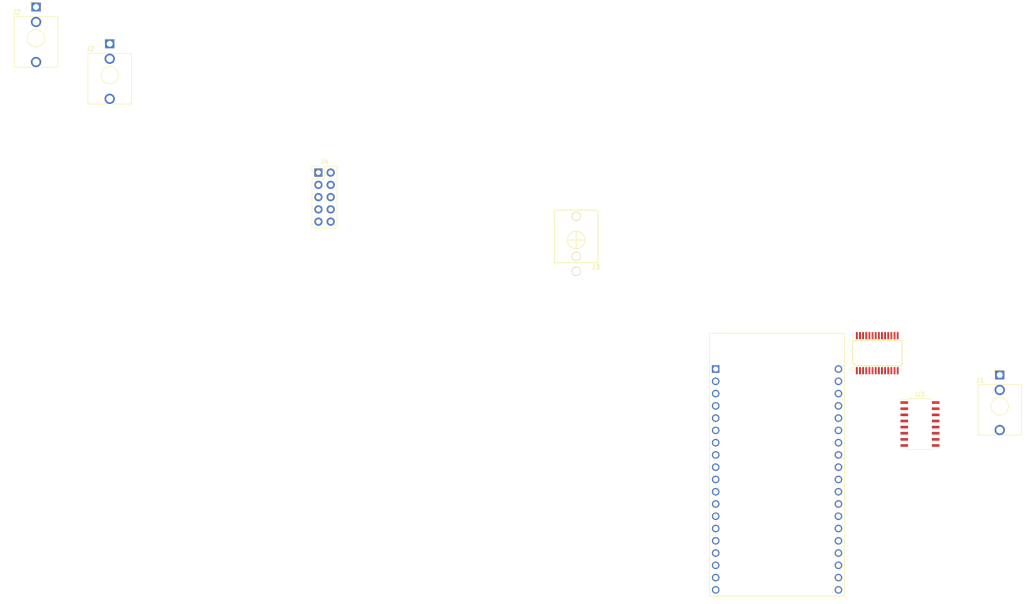
<source format=kicad_pcb>
(kicad_pcb (version 20171130) (host pcbnew "(5.1.5-0-10_14)")

  (general
    (thickness 1.6)
    (drawings 0)
    (tracks 0)
    (zones 0)
    (modules 8)
    (nets 101)
  )

  (page A4)
  (layers
    (0 F.Cu signal)
    (31 B.Cu signal)
    (32 B.Adhes user)
    (33 F.Adhes user)
    (34 B.Paste user)
    (35 F.Paste user)
    (36 B.SilkS user)
    (37 F.SilkS user)
    (38 B.Mask user)
    (39 F.Mask user)
    (40 Dwgs.User user)
    (41 Cmts.User user)
    (42 Eco1.User user)
    (43 Eco2.User user)
    (44 Edge.Cuts user)
    (45 Margin user)
    (46 B.CrtYd user)
    (47 F.CrtYd user)
    (48 B.Fab user)
    (49 F.Fab user)
  )

  (setup
    (last_trace_width 0.25)
    (trace_clearance 0.2)
    (zone_clearance 0.508)
    (zone_45_only no)
    (trace_min 0.2)
    (via_size 0.8)
    (via_drill 0.4)
    (via_min_size 0.4)
    (via_min_drill 0.3)
    (uvia_size 0.3)
    (uvia_drill 0.1)
    (uvias_allowed no)
    (uvia_min_size 0.2)
    (uvia_min_drill 0.1)
    (edge_width 0.05)
    (segment_width 0.2)
    (pcb_text_width 0.3)
    (pcb_text_size 1.5 1.5)
    (mod_edge_width 0.12)
    (mod_text_size 1 1)
    (mod_text_width 0.15)
    (pad_size 1.524 1.524)
    (pad_drill 0.762)
    (pad_to_mask_clearance 0.051)
    (solder_mask_min_width 0.25)
    (aux_axis_origin 0 0)
    (visible_elements FFFFFF7F)
    (pcbplotparams
      (layerselection 0x010fc_ffffffff)
      (usegerberextensions false)
      (usegerberattributes false)
      (usegerberadvancedattributes false)
      (creategerberjobfile false)
      (excludeedgelayer true)
      (linewidth 0.100000)
      (plotframeref false)
      (viasonmask false)
      (mode 1)
      (useauxorigin false)
      (hpglpennumber 1)
      (hpglpenspeed 20)
      (hpglpendiameter 15.000000)
      (psnegative false)
      (psa4output false)
      (plotreference true)
      (plotvalue true)
      (plotinvisibletext false)
      (padsonsilk false)
      (subtractmaskfromsilk false)
      (outputformat 1)
      (mirror false)
      (drillshape 1)
      (scaleselection 1)
      (outputdirectory ""))
  )

  (net 0 "")
  (net 1 "Net-(U1-Pad2)")
  (net 2 "Net-(U1-Pad19)")
  (net 3 "Net-(U1-Pad3)")
  (net 4 "Net-(U1-Pad4)")
  (net 5 "Net-(U1-Pad5)")
  (net 6 "Net-(U1-Pad6)")
  (net 7 "Net-(U1-Pad7)")
  (net 8 "Net-(U1-Pad8)")
  (net 9 "Net-(U1-Pad9)")
  (net 10 "Net-(U1-Pad10)")
  (net 11 "Net-(U1-Pad11)")
  (net 12 "Net-(U1-Pad12)")
  (net 13 "Net-(U1-Pad13)")
  (net 14 "Net-(U1-Pad14)")
  (net 15 "Net-(U1-Pad15)")
  (net 16 "Net-(U1-Pad16)")
  (net 17 "Net-(U1-Pad17)")
  (net 18 "Net-(U1-Pad18)")
  (net 19 "Net-(U1-Pad20)")
  (net 20 "Net-(U1-Pad21)")
  (net 21 "Net-(U1-Pad22)")
  (net 22 "Net-(U1-Pad23)")
  (net 23 "Net-(U1-Pad24)")
  (net 24 "Net-(U1-Pad25)")
  (net 25 "Net-(U1-Pad26)")
  (net 26 "Net-(U1-Pad27)")
  (net 27 "Net-(U1-Pad28)")
  (net 28 "Net-(U1-Pad29)")
  (net 29 "Net-(U1-Pad30)")
  (net 30 "Net-(U1-Pad31)")
  (net 31 "Net-(U1-Pad32)")
  (net 32 "Net-(U1-Pad33)")
  (net 33 "Net-(U1-Pad34)")
  (net 34 "Net-(U1-Pad35)")
  (net 35 "Net-(U1-Pad36)")
  (net 36 "Net-(U1-Pad37)")
  (net 37 "Net-(U1-Pad38)")
  (net 38 "Net-(U2-Pad1)")
  (net 39 "Net-(U2-Pad2)")
  (net 40 "Net-(U2-Pad3)")
  (net 41 "Net-(U2-Pad4)")
  (net 42 "Net-(U2-Pad5)")
  (net 43 "Net-(U2-Pad6)")
  (net 44 "Net-(U2-Pad7)")
  (net 45 "Net-(U2-Pad8)")
  (net 46 "Net-(U2-Pad9)")
  (net 47 "Net-(U2-Pad10)")
  (net 48 "Net-(U2-Pad11)")
  (net 49 "Net-(U2-Pad12)")
  (net 50 "Net-(U2-Pad13)")
  (net 51 "Net-(U2-Pad14)")
  (net 52 "Net-(U2-Pad15)")
  (net 53 "Net-(U2-Pad16)")
  (net 54 "Net-(U2-Pad17)")
  (net 55 "Net-(U2-Pad18)")
  (net 56 "Net-(U2-Pad19)")
  (net 57 "Net-(U2-Pad20)")
  (net 58 "Net-(U2-Pad21)")
  (net 59 "Net-(U2-Pad22)")
  (net 60 "Net-(U2-Pad23)")
  (net 61 "Net-(U2-Pad24)")
  (net 62 "Net-(U2-Pad25)")
  (net 63 "Net-(U2-Pad26)")
  (net 64 "Net-(U2-Pad27)")
  (net 65 "Net-(U2-Pad28)")
  (net 66 +3V3)
  (net 67 "Net-(U3-Pad1)")
  (net 68 "Net-(U3-Pad2)")
  (net 69 "Net-(U3-Pad3)")
  (net 70 "Net-(U3-Pad4)")
  (net 71 "Net-(U3-Pad5)")
  (net 72 "Net-(U3-Pad6)")
  (net 73 "Net-(U3-Pad7)")
  (net 74 "Net-(U3-Pad8)")
  (net 75 "Net-(U3-Pad9)")
  (net 76 "Net-(U3-Pad10)")
  (net 77 "Net-(U3-Pad11)")
  (net 78 "Net-(U3-Pad12)")
  (net 79 "Net-(U3-Pad13)")
  (net 80 "Net-(U3-Pad14)")
  (net 81 "Net-(U3-Pad15)")
  (net 82 "Net-(U3-Pad16)")
  (net 83 "Net-(J1-PadS)")
  (net 84 "Net-(J1-PadT)")
  (net 85 "Net-(J2-PadTN)")
  (net 86 "Net-(J2-PadS)")
  (net 87 "Net-(J2-PadT)")
  (net 88 "Net-(J3-Pad2)")
  (net 89 "Net-(J3-Pad1)")
  (net 90 "Net-(J3-Pad3)")
  (net 91 "Net-(J4-Pad1)")
  (net 92 "Net-(J4-Pad2)")
  (net 93 "Net-(J4-Pad3)")
  (net 94 "Net-(J4-Pad4)")
  (net 95 "Net-(J4-Pad5)")
  (net 96 "Net-(J4-Pad6)")
  (net 97 "Net-(J4-Pad7)")
  (net 98 "Net-(J4-Pad8)")
  (net 99 "Net-(J4-Pad9)")
  (net 100 "Net-(J4-Pad10)")

  (net_class Default "This is the default net class."
    (clearance 0.2)
    (trace_width 0.25)
    (via_dia 0.8)
    (via_drill 0.4)
    (uvia_dia 0.3)
    (uvia_drill 0.1)
    (add_net +3V3)
    (add_net "Net-(J1-PadS)")
    (add_net "Net-(J1-PadT)")
    (add_net "Net-(J2-PadS)")
    (add_net "Net-(J2-PadT)")
    (add_net "Net-(J2-PadTN)")
    (add_net "Net-(J3-Pad1)")
    (add_net "Net-(J3-Pad2)")
    (add_net "Net-(J3-Pad3)")
    (add_net "Net-(J4-Pad1)")
    (add_net "Net-(J4-Pad10)")
    (add_net "Net-(J4-Pad2)")
    (add_net "Net-(J4-Pad3)")
    (add_net "Net-(J4-Pad4)")
    (add_net "Net-(J4-Pad5)")
    (add_net "Net-(J4-Pad6)")
    (add_net "Net-(J4-Pad7)")
    (add_net "Net-(J4-Pad8)")
    (add_net "Net-(J4-Pad9)")
    (add_net "Net-(U1-Pad10)")
    (add_net "Net-(U1-Pad11)")
    (add_net "Net-(U1-Pad12)")
    (add_net "Net-(U1-Pad13)")
    (add_net "Net-(U1-Pad14)")
    (add_net "Net-(U1-Pad15)")
    (add_net "Net-(U1-Pad16)")
    (add_net "Net-(U1-Pad17)")
    (add_net "Net-(U1-Pad18)")
    (add_net "Net-(U1-Pad19)")
    (add_net "Net-(U1-Pad2)")
    (add_net "Net-(U1-Pad20)")
    (add_net "Net-(U1-Pad21)")
    (add_net "Net-(U1-Pad22)")
    (add_net "Net-(U1-Pad23)")
    (add_net "Net-(U1-Pad24)")
    (add_net "Net-(U1-Pad25)")
    (add_net "Net-(U1-Pad26)")
    (add_net "Net-(U1-Pad27)")
    (add_net "Net-(U1-Pad28)")
    (add_net "Net-(U1-Pad29)")
    (add_net "Net-(U1-Pad3)")
    (add_net "Net-(U1-Pad30)")
    (add_net "Net-(U1-Pad31)")
    (add_net "Net-(U1-Pad32)")
    (add_net "Net-(U1-Pad33)")
    (add_net "Net-(U1-Pad34)")
    (add_net "Net-(U1-Pad35)")
    (add_net "Net-(U1-Pad36)")
    (add_net "Net-(U1-Pad37)")
    (add_net "Net-(U1-Pad38)")
    (add_net "Net-(U1-Pad4)")
    (add_net "Net-(U1-Pad5)")
    (add_net "Net-(U1-Pad6)")
    (add_net "Net-(U1-Pad7)")
    (add_net "Net-(U1-Pad8)")
    (add_net "Net-(U1-Pad9)")
    (add_net "Net-(U2-Pad1)")
    (add_net "Net-(U2-Pad10)")
    (add_net "Net-(U2-Pad11)")
    (add_net "Net-(U2-Pad12)")
    (add_net "Net-(U2-Pad13)")
    (add_net "Net-(U2-Pad14)")
    (add_net "Net-(U2-Pad15)")
    (add_net "Net-(U2-Pad16)")
    (add_net "Net-(U2-Pad17)")
    (add_net "Net-(U2-Pad18)")
    (add_net "Net-(U2-Pad19)")
    (add_net "Net-(U2-Pad2)")
    (add_net "Net-(U2-Pad20)")
    (add_net "Net-(U2-Pad21)")
    (add_net "Net-(U2-Pad22)")
    (add_net "Net-(U2-Pad23)")
    (add_net "Net-(U2-Pad24)")
    (add_net "Net-(U2-Pad25)")
    (add_net "Net-(U2-Pad26)")
    (add_net "Net-(U2-Pad27)")
    (add_net "Net-(U2-Pad28)")
    (add_net "Net-(U2-Pad3)")
    (add_net "Net-(U2-Pad4)")
    (add_net "Net-(U2-Pad5)")
    (add_net "Net-(U2-Pad6)")
    (add_net "Net-(U2-Pad7)")
    (add_net "Net-(U2-Pad8)")
    (add_net "Net-(U2-Pad9)")
    (add_net "Net-(U3-Pad1)")
    (add_net "Net-(U3-Pad10)")
    (add_net "Net-(U3-Pad11)")
    (add_net "Net-(U3-Pad12)")
    (add_net "Net-(U3-Pad13)")
    (add_net "Net-(U3-Pad14)")
    (add_net "Net-(U3-Pad15)")
    (add_net "Net-(U3-Pad16)")
    (add_net "Net-(U3-Pad2)")
    (add_net "Net-(U3-Pad3)")
    (add_net "Net-(U3-Pad4)")
    (add_net "Net-(U3-Pad5)")
    (add_net "Net-(U3-Pad6)")
    (add_net "Net-(U3-Pad7)")
    (add_net "Net-(U3-Pad8)")
    (add_net "Net-(U3-Pad9)")
  )

  (module ESP32-DEVKITC-32D:MODULE_ESP32-DEVKITC-32D (layer F.Cu) (tedit 5E527990) (tstamp 5E53841E)
    (at 138.070001 87.115001)
    (path /5E52B8F6)
    (fp_text reference U1 (at -10.829175 -28.446045) (layer F.SilkS)
      (effects (font (size 1.000386 1.000386) (thickness 0.015)))
    )
    (fp_text value ESP32-DEVKITC-32D (at 1.24136 28.294535) (layer F.Fab)
      (effects (font (size 1.001047 1.001047) (thickness 0.015)))
    )
    (fp_line (start -13.95 -27.15) (end 13.95 -27.15) (layer F.Fab) (width 0.127))
    (fp_line (start 13.95 -27.15) (end 13.95 27.25) (layer F.Fab) (width 0.127))
    (fp_line (start 13.95 27.25) (end -13.95 27.25) (layer F.Fab) (width 0.127))
    (fp_line (start -13.95 27.25) (end -13.95 -27.15) (layer F.Fab) (width 0.127))
    (fp_line (start -13.95 27.25) (end -13.95 -27.15) (layer F.SilkS) (width 0.127))
    (fp_line (start -13.95 -27.15) (end 13.95 -27.15) (layer F.SilkS) (width 0.127))
    (fp_line (start 13.95 -27.15) (end 13.95 27.25) (layer F.SilkS) (width 0.127))
    (fp_line (start 13.95 27.25) (end -13.95 27.25) (layer F.SilkS) (width 0.127))
    (fp_line (start -14.2 -27.4) (end 14.2 -27.4) (layer F.CrtYd) (width 0.05))
    (fp_line (start 14.2 -27.4) (end 14.2 27.5) (layer F.CrtYd) (width 0.05))
    (fp_line (start 14.2 27.5) (end -14.2 27.5) (layer F.CrtYd) (width 0.05))
    (fp_line (start -14.2 27.5) (end -14.2 -27.4) (layer F.CrtYd) (width 0.05))
    (fp_circle (center -14.6 -19.9) (end -14.46 -19.9) (layer F.Fab) (width 0.28))
    (fp_circle (center -14.6 -19.9) (end -14.46 -19.9) (layer F.Fab) (width 0.28))
    (pad 1 thru_hole rect (at -12.7 -19.76) (size 1.56 1.56) (drill 1.04) (layers *.Cu *.Mask)
      (net 66 +3V3))
    (pad 2 thru_hole circle (at -12.7 -17.22) (size 1.56 1.56) (drill 1.04) (layers *.Cu *.Mask)
      (net 1 "Net-(U1-Pad2)"))
    (pad 19 thru_hole circle (at -12.7 25.96) (size 1.56 1.56) (drill 1.04) (layers *.Cu *.Mask)
      (net 2 "Net-(U1-Pad19)"))
    (pad 3 thru_hole circle (at -12.7 -14.68) (size 1.56 1.56) (drill 1.04) (layers *.Cu *.Mask)
      (net 3 "Net-(U1-Pad3)"))
    (pad 4 thru_hole circle (at -12.7 -12.14) (size 1.56 1.56) (drill 1.04) (layers *.Cu *.Mask)
      (net 4 "Net-(U1-Pad4)"))
    (pad 5 thru_hole circle (at -12.7 -9.6) (size 1.56 1.56) (drill 1.04) (layers *.Cu *.Mask)
      (net 5 "Net-(U1-Pad5)"))
    (pad 6 thru_hole circle (at -12.7 -7.06) (size 1.56 1.56) (drill 1.04) (layers *.Cu *.Mask)
      (net 6 "Net-(U1-Pad6)"))
    (pad 7 thru_hole circle (at -12.7 -4.52) (size 1.56 1.56) (drill 1.04) (layers *.Cu *.Mask)
      (net 7 "Net-(U1-Pad7)"))
    (pad 8 thru_hole circle (at -12.7 -1.98) (size 1.56 1.56) (drill 1.04) (layers *.Cu *.Mask)
      (net 8 "Net-(U1-Pad8)"))
    (pad 9 thru_hole circle (at -12.7 0.56) (size 1.56 1.56) (drill 1.04) (layers *.Cu *.Mask)
      (net 9 "Net-(U1-Pad9)"))
    (pad 10 thru_hole circle (at -12.7 3.1) (size 1.56 1.56) (drill 1.04) (layers *.Cu *.Mask)
      (net 10 "Net-(U1-Pad10)"))
    (pad 11 thru_hole circle (at -12.7 5.64) (size 1.56 1.56) (drill 1.04) (layers *.Cu *.Mask)
      (net 11 "Net-(U1-Pad11)"))
    (pad 12 thru_hole circle (at -12.7 8.18) (size 1.56 1.56) (drill 1.04) (layers *.Cu *.Mask)
      (net 12 "Net-(U1-Pad12)"))
    (pad 13 thru_hole circle (at -12.7 10.72) (size 1.56 1.56) (drill 1.04) (layers *.Cu *.Mask)
      (net 13 "Net-(U1-Pad13)"))
    (pad 14 thru_hole circle (at -12.7 13.26) (size 1.56 1.56) (drill 1.04) (layers *.Cu *.Mask)
      (net 14 "Net-(U1-Pad14)"))
    (pad 15 thru_hole circle (at -12.7 15.8) (size 1.56 1.56) (drill 1.04) (layers *.Cu *.Mask)
      (net 15 "Net-(U1-Pad15)"))
    (pad 16 thru_hole circle (at -12.7 18.34) (size 1.56 1.56) (drill 1.04) (layers *.Cu *.Mask)
      (net 16 "Net-(U1-Pad16)"))
    (pad 17 thru_hole circle (at -12.7 20.88) (size 1.56 1.56) (drill 1.04) (layers *.Cu *.Mask)
      (net 17 "Net-(U1-Pad17)"))
    (pad 18 thru_hole circle (at -12.7 23.42) (size 1.56 1.56) (drill 1.04) (layers *.Cu *.Mask)
      (net 18 "Net-(U1-Pad18)"))
    (pad 20 thru_hole circle (at 12.7 -19.76) (size 1.56 1.56) (drill 1.04) (layers *.Cu *.Mask)
      (net 19 "Net-(U1-Pad20)"))
    (pad 21 thru_hole circle (at 12.7 -17.22) (size 1.56 1.56) (drill 1.04) (layers *.Cu *.Mask)
      (net 20 "Net-(U1-Pad21)"))
    (pad 22 thru_hole circle (at 12.7 -14.68) (size 1.56 1.56) (drill 1.04) (layers *.Cu *.Mask)
      (net 21 "Net-(U1-Pad22)"))
    (pad 23 thru_hole circle (at 12.7 -12.14) (size 1.56 1.56) (drill 1.04) (layers *.Cu *.Mask)
      (net 22 "Net-(U1-Pad23)"))
    (pad 24 thru_hole circle (at 12.7 -9.6) (size 1.56 1.56) (drill 1.04) (layers *.Cu *.Mask)
      (net 23 "Net-(U1-Pad24)"))
    (pad 25 thru_hole circle (at 12.7 -7.06) (size 1.56 1.56) (drill 1.04) (layers *.Cu *.Mask)
      (net 24 "Net-(U1-Pad25)"))
    (pad 26 thru_hole circle (at 12.7 -4.52) (size 1.56 1.56) (drill 1.04) (layers *.Cu *.Mask)
      (net 25 "Net-(U1-Pad26)"))
    (pad 27 thru_hole circle (at 12.7 -1.98) (size 1.56 1.56) (drill 1.04) (layers *.Cu *.Mask)
      (net 26 "Net-(U1-Pad27)"))
    (pad 28 thru_hole circle (at 12.7 0.56) (size 1.56 1.56) (drill 1.04) (layers *.Cu *.Mask)
      (net 27 "Net-(U1-Pad28)"))
    (pad 29 thru_hole circle (at 12.7 3.1) (size 1.56 1.56) (drill 1.04) (layers *.Cu *.Mask)
      (net 28 "Net-(U1-Pad29)"))
    (pad 30 thru_hole circle (at 12.7 5.64) (size 1.56 1.56) (drill 1.04) (layers *.Cu *.Mask)
      (net 29 "Net-(U1-Pad30)"))
    (pad 31 thru_hole circle (at 12.7 8.18) (size 1.56 1.56) (drill 1.04) (layers *.Cu *.Mask)
      (net 30 "Net-(U1-Pad31)"))
    (pad 32 thru_hole circle (at 12.7 10.72) (size 1.56 1.56) (drill 1.04) (layers *.Cu *.Mask)
      (net 31 "Net-(U1-Pad32)"))
    (pad 33 thru_hole circle (at 12.7 13.26) (size 1.56 1.56) (drill 1.04) (layers *.Cu *.Mask)
      (net 32 "Net-(U1-Pad33)"))
    (pad 34 thru_hole circle (at 12.7 15.8) (size 1.56 1.56) (drill 1.04) (layers *.Cu *.Mask)
      (net 33 "Net-(U1-Pad34)"))
    (pad 35 thru_hole circle (at 12.7 18.34) (size 1.56 1.56) (drill 1.04) (layers *.Cu *.Mask)
      (net 34 "Net-(U1-Pad35)"))
    (pad 36 thru_hole circle (at 12.7 20.88) (size 1.56 1.56) (drill 1.04) (layers *.Cu *.Mask)
      (net 35 "Net-(U1-Pad36)"))
    (pad 37 thru_hole circle (at 12.7 23.42) (size 1.56 1.56) (drill 1.04) (layers *.Cu *.Mask)
      (net 36 "Net-(U1-Pad37)"))
    (pad 38 thru_hole circle (at 12.7 25.96) (size 1.56 1.56) (drill 1.04) (layers *.Cu *.Mask)
      (net 37 "Net-(U1-Pad38)"))
    (model ${KISYS3DMOD}/ESP32-DEVKITC-32D--3DModel-STEP-56544.STEP
      (offset (xyz 0 -3 3.5))
      (scale (xyz 1 1 1))
      (rotate (xyz 90 180 180))
    )
  )

  (module CODECODER-WM8731SEDS_V_SSOP28_:SSOP28-0.65-10.2X5.2MM (layer F.Cu) (tedit 5E5286A6) (tstamp 5E538461)
    (at 158.801001 64.065)
    (descr "<b>Shrink Small Outline Package</b> SSOP-28<p>http://www.ftdichip.com/Documents/DataSheets/DS_FT232R_v104.pdf")
    (path /5E52D4BC)
    (fp_text reference U2 (at -6.169588 -0.31802 180) (layer F.SilkS)
      (effects (font (size 0.701146 0.701146) (thickness 0.015)))
    )
    (fp_text value "CODECODER-WM8731SEDS_V(SSOP28)" (at 5.907946 -7.242009 180) (layer F.Fab)
      (effects (font (size 0.700291 0.700291) (thickness 0.015)))
    )
    (fp_line (start -5.1 -2.6) (end -5.1 1.88963) (layer F.SilkS) (width 0.2032))
    (fp_line (start -5.1 1.88963) (end -4.38962 2.6) (layer F.SilkS) (width 0.2032))
    (fp_line (start -4.38962 2.6) (end 5.1 2.6) (layer F.SilkS) (width 0.2032))
    (fp_line (start 5.1 2.6) (end 5.1 -2.6) (layer F.SilkS) (width 0.2032))
    (fp_line (start 5.1 -2.6) (end -5.1 -2.6) (layer F.SilkS) (width 0.2032))
    (fp_circle (center -5.08 3.175) (end -4.699 3.175) (layer F.SilkS) (width 0.1))
    (fp_poly (pts (xy -4.40958 2.6416) (xy -4.0472 2.6416) (xy -4.0472 3.94306) (xy -4.40958 3.94306)) (layer F.Fab) (width 0.01))
    (fp_poly (pts (xy -3.7572 2.6416) (xy -3.3973 2.6416) (xy -3.3973 3.94151) (xy -3.7572 3.94151)) (layer F.Fab) (width 0.01))
    (fp_poly (pts (xy -3.10337 2.6416) (xy -2.7473 2.6416) (xy -2.7473 3.9376) (xy -3.10337 3.9376)) (layer F.Fab) (width 0.01))
    (fp_poly (pts (xy -2.45296 2.6416) (xy -2.0973 2.6416) (xy -2.0973 3.93709) (xy -2.45296 3.93709)) (layer F.Fab) (width 0.01))
    (fp_poly (pts (xy -1.80487 2.6416) (xy -1.4473 2.6416) (xy -1.4473 3.94129) (xy -1.80487 3.94129)) (layer F.Fab) (width 0.01))
    (fp_poly (pts (xy -1.155 2.6416) (xy -0.7973 2.6416) (xy -0.7973 3.94416) (xy -1.155 3.94416)) (layer F.Fab) (width 0.01))
    (fp_poly (pts (xy -0.503415 2.6416) (xy -0.1473 2.6416) (xy -0.1473 3.94103) (xy -0.503415 3.94103)) (layer F.Fab) (width 0.01))
    (fp_poly (pts (xy 0.147453 2.6416) (xy 0.5029 2.6416) (xy 0.5029 3.94109) (xy 0.147453 3.94109)) (layer F.Fab) (width 0.01))
    (fp_poly (pts (xy 0.798442 2.6416) (xy 1.1529 2.6416) (xy 1.1529 3.94264) (xy 0.798442 3.94264)) (layer F.Fab) (width 0.01))
    (fp_poly (pts (xy 1.45014 2.6416) (xy 1.8029 2.6416) (xy 1.8029 3.94471) (xy 1.45014 3.94471)) (layer F.Fab) (width 0.01))
    (fp_poly (pts (xy 2.09833 2.6416) (xy 2.4529 2.6416) (xy 2.4529 3.93894) (xy 2.09833 3.93894)) (layer F.Fab) (width 0.01))
    (fp_poly (pts (xy 2.74953 2.6416) (xy 3.1029 2.6416) (xy 3.1029 3.9402) (xy 2.74953 3.9402)) (layer F.Fab) (width 0.01))
    (fp_poly (pts (xy 3.40025 2.6416) (xy 3.7529 2.6416) (xy 3.7529 3.94042) (xy 3.40025 3.94042)) (layer F.Fab) (width 0.01))
    (fp_poly (pts (xy 4.04992 2.6416) (xy 4.4028 2.6416) (xy 4.4028 3.93964) (xy 4.04992 3.93964)) (layer F.Fab) (width 0.01))
    (fp_poly (pts (xy 4.05188 -3.937) (xy 4.4028 -3.937) (xy 4.4028 -2.64465) (xy 4.05188 -2.64465)) (layer F.Fab) (width 0.01))
    (fp_poly (pts (xy 3.40406 -3.937) (xy 3.7529 -3.937) (xy 3.7529 -2.64686) (xy 3.40406 -2.64686)) (layer F.Fab) (width 0.01))
    (fp_poly (pts (xy 2.75084 -3.937) (xy 3.1029 -3.937) (xy 3.1029 -2.64501) (xy 2.75084 -2.64501)) (layer F.Fab) (width 0.01))
    (fp_poly (pts (xy 2.0995 -3.937) (xy 2.4529 -3.937) (xy 2.4529 -2.64437) (xy 2.0995 -2.64437)) (layer F.Fab) (width 0.01))
    (fp_poly (pts (xy 1.44935 -3.937) (xy 1.8029 -3.937) (xy 1.8029 -2.64535) (xy 1.44935 -2.64535)) (layer F.Fab) (width 0.01))
    (fp_poly (pts (xy 0.79781 -3.937) (xy 1.1529 -3.937) (xy 1.1529 -2.64329) (xy 0.79781 -2.64329)) (layer F.Fab) (width 0.01))
    (fp_poly (pts (xy 0.14734 -3.937) (xy 0.5029 -3.937) (xy 0.5029 -2.64231) (xy 0.14734 -2.64231)) (layer F.Fab) (width 0.01))
    (fp_poly (pts (xy -0.503672 -3.937) (xy -0.1473 -3.937) (xy -0.1473 -2.64565) (xy -0.503672 -2.64565)) (layer F.Fab) (width 0.01))
    (fp_poly (pts (xy -1.15394 -3.937) (xy -0.7973 -3.937) (xy -0.7973 -2.64399) (xy -1.15394 -2.64399)) (layer F.Fab) (width 0.01))
    (fp_poly (pts (xy -1.80379 -3.937) (xy -1.4473 -3.937) (xy -1.4473 -2.64291) (xy -1.80379 -2.64291)) (layer F.Fab) (width 0.01))
    (fp_poly (pts (xy -2.45372 -3.937) (xy -2.0973 -3.937) (xy -2.0973 -2.64248) (xy -2.45372 -2.64248)) (layer F.Fab) (width 0.01))
    (fp_poly (pts (xy -3.10515 -3.937) (xy -2.7473 -3.937) (xy -2.7473 -2.64352) (xy -3.10515 -2.64352)) (layer F.Fab) (width 0.01))
    (fp_poly (pts (xy -3.75915 -3.937) (xy -3.3973 -3.937) (xy -3.3973 -2.646) (xy -3.75915 -2.646)) (layer F.Fab) (width 0.01))
    (fp_poly (pts (xy -4.40619 -3.937) (xy -4.0472 -3.937) (xy -4.0472 -2.64364) (xy -4.40619 -2.64364)) (layer F.Fab) (width 0.01))
    (fp_poly (pts (xy -5.08932 -2.6) (xy 5.08 -2.6) (xy 5.08 2.60477) (xy -5.08932 2.60477)) (layer F.CrtYd) (width 0.01))
    (pad 1 smd rect (at -4.225 3.625) (size 0.4 1.5) (layers F.Cu F.Paste F.Mask)
      (net 38 "Net-(U2-Pad1)"))
    (pad 2 smd rect (at -3.575 3.625) (size 0.4 1.5) (layers F.Cu F.Paste F.Mask)
      (net 39 "Net-(U2-Pad2)"))
    (pad 3 smd rect (at -2.925 3.625) (size 0.4 1.5) (layers F.Cu F.Paste F.Mask)
      (net 40 "Net-(U2-Pad3)"))
    (pad 4 smd rect (at -2.275 3.625) (size 0.4 1.5) (layers F.Cu F.Paste F.Mask)
      (net 41 "Net-(U2-Pad4)"))
    (pad 5 smd rect (at -1.625 3.625) (size 0.4 1.5) (layers F.Cu F.Paste F.Mask)
      (net 42 "Net-(U2-Pad5)"))
    (pad 6 smd rect (at -0.975 3.625) (size 0.4 1.5) (layers F.Cu F.Paste F.Mask)
      (net 43 "Net-(U2-Pad6)"))
    (pad 7 smd rect (at -0.325 3.625) (size 0.4 1.5) (layers F.Cu F.Paste F.Mask)
      (net 44 "Net-(U2-Pad7)"))
    (pad 8 smd rect (at 0.325 3.625) (size 0.4 1.5) (layers F.Cu F.Paste F.Mask)
      (net 45 "Net-(U2-Pad8)"))
    (pad 9 smd rect (at 0.975 3.625) (size 0.4 1.5) (layers F.Cu F.Paste F.Mask)
      (net 46 "Net-(U2-Pad9)"))
    (pad 10 smd rect (at 1.625 3.625) (size 0.4 1.5) (layers F.Cu F.Paste F.Mask)
      (net 47 "Net-(U2-Pad10)"))
    (pad 11 smd rect (at 2.275 3.625) (size 0.4 1.5) (layers F.Cu F.Paste F.Mask)
      (net 48 "Net-(U2-Pad11)"))
    (pad 12 smd rect (at 2.925 3.625) (size 0.4 1.5) (layers F.Cu F.Paste F.Mask)
      (net 49 "Net-(U2-Pad12)"))
    (pad 13 smd rect (at 3.575 3.625) (size 0.4 1.5) (layers F.Cu F.Paste F.Mask)
      (net 50 "Net-(U2-Pad13)"))
    (pad 14 smd rect (at 4.225 3.625) (size 0.4 1.5) (layers F.Cu F.Paste F.Mask)
      (net 51 "Net-(U2-Pad14)"))
    (pad 15 smd rect (at 4.225 -3.625) (size 0.4 1.5) (layers F.Cu F.Paste F.Mask)
      (net 52 "Net-(U2-Pad15)"))
    (pad 16 smd rect (at 3.575 -3.625) (size 0.4 1.5) (layers F.Cu F.Paste F.Mask)
      (net 53 "Net-(U2-Pad16)"))
    (pad 17 smd rect (at 2.925 -3.625) (size 0.4 1.5) (layers F.Cu F.Paste F.Mask)
      (net 54 "Net-(U2-Pad17)"))
    (pad 18 smd rect (at 2.275 -3.625) (size 0.4 1.5) (layers F.Cu F.Paste F.Mask)
      (net 55 "Net-(U2-Pad18)"))
    (pad 19 smd rect (at 1.625 -3.625) (size 0.4 1.5) (layers F.Cu F.Paste F.Mask)
      (net 56 "Net-(U2-Pad19)"))
    (pad 20 smd rect (at 0.975 -3.625) (size 0.4 1.5) (layers F.Cu F.Paste F.Mask)
      (net 57 "Net-(U2-Pad20)"))
    (pad 21 smd rect (at 0.325 -3.625) (size 0.4 1.5) (layers F.Cu F.Paste F.Mask)
      (net 58 "Net-(U2-Pad21)"))
    (pad 22 smd rect (at -0.325 -3.625) (size 0.4 1.5) (layers F.Cu F.Paste F.Mask)
      (net 59 "Net-(U2-Pad22)"))
    (pad 23 smd rect (at -0.975 -3.625) (size 0.4 1.5) (layers F.Cu F.Paste F.Mask)
      (net 60 "Net-(U2-Pad23)"))
    (pad 24 smd rect (at -1.625 -3.625) (size 0.4 1.5) (layers F.Cu F.Paste F.Mask)
      (net 61 "Net-(U2-Pad24)"))
    (pad 25 smd rect (at -2.275 -3.625) (size 0.4 1.5) (layers F.Cu F.Paste F.Mask)
      (net 62 "Net-(U2-Pad25)"))
    (pad 26 smd rect (at -2.925 -3.625) (size 0.4 1.5) (layers F.Cu F.Paste F.Mask)
      (net 63 "Net-(U2-Pad26)"))
    (pad 27 smd rect (at -3.575 -3.625) (size 0.4 1.5) (layers F.Cu F.Paste F.Mask)
      (net 64 "Net-(U2-Pad27)"))
    (pad 28 smd rect (at -4.225 -3.625) (size 0.4 1.5) (layers F.Cu F.Paste F.Mask)
      (net 65 "Net-(U2-Pad28)"))
    (model ${KISYS3DMOD}/Package_SO.3dshapes/TSSOP-28_4.4x9.7mm_P0.65mm.step
      (at (xyz 0 0 0))
      (scale (xyz 1 1 1))
      (rotate (xyz 0 0 -90))
    )
  )

  (module Package_SO:SOIC-16_4.55x10.3mm_P1.27mm (layer F.Cu) (tedit 5D9F72B1) (tstamp 5E539803)
    (at 167.64 78.74)
    (descr "SOIC, 16 Pin (https://toshiba.semicon-storage.com/info/docget.jsp?did=12858&prodName=TLP291-4), generated with kicad-footprint-generator ipc_gullwing_generator.py")
    (tags "SOIC SO")
    (path /5E532B45)
    (attr smd)
    (fp_text reference U3 (at 0 -6.1) (layer F.SilkS)
      (effects (font (size 1 1) (thickness 0.15)))
    )
    (fp_text value MCP3208 (at 0 6.1) (layer F.Fab)
      (effects (font (size 1 1) (thickness 0.15)))
    )
    (fp_line (start 0 5.26) (end 2.385 5.26) (layer F.SilkS) (width 0.12))
    (fp_line (start 2.385 5.26) (end 2.385 4.98) (layer F.SilkS) (width 0.12))
    (fp_line (start 0 5.26) (end -2.385 5.26) (layer F.SilkS) (width 0.12))
    (fp_line (start -2.385 5.26) (end -2.385 4.98) (layer F.SilkS) (width 0.12))
    (fp_line (start 0 -5.26) (end 2.385 -5.26) (layer F.SilkS) (width 0.12))
    (fp_line (start 2.385 -5.26) (end 2.385 -4.98) (layer F.SilkS) (width 0.12))
    (fp_line (start 0 -5.26) (end -2.385 -5.26) (layer F.SilkS) (width 0.12))
    (fp_line (start -2.385 -5.26) (end -2.385 -4.98) (layer F.SilkS) (width 0.12))
    (fp_line (start -2.385 -4.98) (end -4.05 -4.98) (layer F.SilkS) (width 0.12))
    (fp_line (start -1.275 -5.15) (end 2.275 -5.15) (layer F.Fab) (width 0.1))
    (fp_line (start 2.275 -5.15) (end 2.275 5.15) (layer F.Fab) (width 0.1))
    (fp_line (start 2.275 5.15) (end -2.275 5.15) (layer F.Fab) (width 0.1))
    (fp_line (start -2.275 5.15) (end -2.275 -4.15) (layer F.Fab) (width 0.1))
    (fp_line (start -2.275 -4.15) (end -1.275 -5.15) (layer F.Fab) (width 0.1))
    (fp_line (start -4.3 -5.4) (end -4.3 5.4) (layer F.CrtYd) (width 0.05))
    (fp_line (start -4.3 5.4) (end 4.3 5.4) (layer F.CrtYd) (width 0.05))
    (fp_line (start 4.3 5.4) (end 4.3 -5.4) (layer F.CrtYd) (width 0.05))
    (fp_line (start 4.3 -5.4) (end -4.3 -5.4) (layer F.CrtYd) (width 0.05))
    (fp_text user %R (at 0 0) (layer F.Fab)
      (effects (font (size 1 1) (thickness 0.15)))
    )
    (pad 1 smd roundrect (at -3.25 -4.445) (size 1.6 0.55) (layers F.Cu F.Paste F.Mask) (roundrect_rratio 0.25)
      (net 67 "Net-(U3-Pad1)"))
    (pad 2 smd roundrect (at -3.25 -3.175) (size 1.6 0.55) (layers F.Cu F.Paste F.Mask) (roundrect_rratio 0.25)
      (net 68 "Net-(U3-Pad2)"))
    (pad 3 smd roundrect (at -3.25 -1.905) (size 1.6 0.55) (layers F.Cu F.Paste F.Mask) (roundrect_rratio 0.25)
      (net 69 "Net-(U3-Pad3)"))
    (pad 4 smd roundrect (at -3.25 -0.635) (size 1.6 0.55) (layers F.Cu F.Paste F.Mask) (roundrect_rratio 0.25)
      (net 70 "Net-(U3-Pad4)"))
    (pad 5 smd roundrect (at -3.25 0.635) (size 1.6 0.55) (layers F.Cu F.Paste F.Mask) (roundrect_rratio 0.25)
      (net 71 "Net-(U3-Pad5)"))
    (pad 6 smd roundrect (at -3.25 1.905) (size 1.6 0.55) (layers F.Cu F.Paste F.Mask) (roundrect_rratio 0.25)
      (net 72 "Net-(U3-Pad6)"))
    (pad 7 smd roundrect (at -3.25 3.175) (size 1.6 0.55) (layers F.Cu F.Paste F.Mask) (roundrect_rratio 0.25)
      (net 73 "Net-(U3-Pad7)"))
    (pad 8 smd roundrect (at -3.25 4.445) (size 1.6 0.55) (layers F.Cu F.Paste F.Mask) (roundrect_rratio 0.25)
      (net 74 "Net-(U3-Pad8)"))
    (pad 9 smd roundrect (at 3.25 4.445) (size 1.6 0.55) (layers F.Cu F.Paste F.Mask) (roundrect_rratio 0.25)
      (net 75 "Net-(U3-Pad9)"))
    (pad 10 smd roundrect (at 3.25 3.175) (size 1.6 0.55) (layers F.Cu F.Paste F.Mask) (roundrect_rratio 0.25)
      (net 76 "Net-(U3-Pad10)"))
    (pad 11 smd roundrect (at 3.25 1.905) (size 1.6 0.55) (layers F.Cu F.Paste F.Mask) (roundrect_rratio 0.25)
      (net 77 "Net-(U3-Pad11)"))
    (pad 12 smd roundrect (at 3.25 0.635) (size 1.6 0.55) (layers F.Cu F.Paste F.Mask) (roundrect_rratio 0.25)
      (net 78 "Net-(U3-Pad12)"))
    (pad 13 smd roundrect (at 3.25 -0.635) (size 1.6 0.55) (layers F.Cu F.Paste F.Mask) (roundrect_rratio 0.25)
      (net 79 "Net-(U3-Pad13)"))
    (pad 14 smd roundrect (at 3.25 -1.905) (size 1.6 0.55) (layers F.Cu F.Paste F.Mask) (roundrect_rratio 0.25)
      (net 80 "Net-(U3-Pad14)"))
    (pad 15 smd roundrect (at 3.25 -3.175) (size 1.6 0.55) (layers F.Cu F.Paste F.Mask) (roundrect_rratio 0.25)
      (net 81 "Net-(U3-Pad15)"))
    (pad 16 smd roundrect (at 3.25 -4.445) (size 1.6 0.55) (layers F.Cu F.Paste F.Mask) (roundrect_rratio 0.25)
      (net 82 "Net-(U3-Pad16)"))
    (model ${KISYS3DMOD}/Package_SO.3dshapes/SOIC-16_3.9x9.9mm_P1.27mm.step
      (at (xyz 0 0 0))
      (scale (xyz 1 1 1))
      (rotate (xyz 0 0 0))
    )
  )

  (module Connector_Audio:Jack_3.5mm_QingPu_WQP-PJ398SM_Vertical_CircularHoles (layer F.Cu) (tedit 5C2B6BB2) (tstamp 5E539D4A)
    (at 184.15 68.58)
    (descr "TRS 3.5mm, vertical, Thonkiconn, PCB mount, (http://www.qingpu-electronics.com/en/products/WQP-PJ398SM-362.html)")
    (tags "WQP-PJ398SM WQP-PJ301M-12 TRS 3.5mm mono vertical jack thonkiconn qingpu")
    (path /5E5366D3)
    (fp_text reference J1 (at -4.03 1.08 180) (layer F.SilkS)
      (effects (font (size 1 1) (thickness 0.15)))
    )
    (fp_text value AudioJack2 (at 0 5 180) (layer F.Fab)
      (effects (font (size 1 1) (thickness 0.15)))
    )
    (fp_text user KEEPOUT (at 0 6.48) (layer Cmts.User)
      (effects (font (size 0.4 0.4) (thickness 0.051)))
    )
    (fp_line (start -5 12.98) (end -5 -1.42) (layer F.CrtYd) (width 0.05))
    (fp_line (start -4.5 12.48) (end -4.5 2.08) (layer F.Fab) (width 0.1))
    (fp_text user %R (at 0 8 180) (layer F.Fab)
      (effects (font (size 1 1) (thickness 0.15)))
    )
    (fp_line (start -4.5 1.98) (end -4.5 12.48) (layer F.SilkS) (width 0.12))
    (fp_line (start 4.5 1.98) (end 4.5 12.48) (layer F.SilkS) (width 0.12))
    (fp_circle (center 0 6.48) (end 1.5 6.48) (layer Dwgs.User) (width 0.12))
    (fp_line (start 0.09 7.96) (end 1.48 6.57) (layer Dwgs.User) (width 0.12))
    (fp_line (start -0.58 7.83) (end 1.36 5.89) (layer Dwgs.User) (width 0.12))
    (fp_line (start -1.07 7.49) (end 1.01 5.41) (layer Dwgs.User) (width 0.12))
    (fp_line (start -1.42 6.875) (end 0.4 5.06) (layer Dwgs.User) (width 0.12))
    (fp_line (start -1.41 6.02) (end -0.46 5.07) (layer Dwgs.User) (width 0.12))
    (fp_line (start 4.5 12.48) (end 0.5 12.48) (layer F.SilkS) (width 0.12))
    (fp_line (start -0.5 12.48) (end -4.5 12.48) (layer F.SilkS) (width 0.12))
    (fp_line (start 4.5 1.98) (end 0.35 1.98) (layer F.SilkS) (width 0.12))
    (fp_line (start -0.35 1.98) (end -4.5 1.98) (layer F.SilkS) (width 0.12))
    (fp_circle (center 0 6.48) (end 1.8 6.48) (layer F.SilkS) (width 0.12))
    (fp_line (start -1.06 -1) (end -1.06 -0.2) (layer F.SilkS) (width 0.12))
    (fp_line (start -1.06 -1) (end -0.2 -1) (layer F.SilkS) (width 0.12))
    (fp_line (start 4.5 12.48) (end 4.5 2.08) (layer F.Fab) (width 0.1))
    (fp_line (start 4.5 12.48) (end -4.5 12.48) (layer F.Fab) (width 0.1))
    (fp_line (start 5 12.98) (end 5 -1.42) (layer F.CrtYd) (width 0.05))
    (fp_line (start 5 12.98) (end -5 12.98) (layer F.CrtYd) (width 0.05))
    (fp_line (start 5 -1.42) (end -5 -1.42) (layer F.CrtYd) (width 0.05))
    (fp_line (start 4.5 2.03) (end -4.5 2.03) (layer F.Fab) (width 0.1))
    (fp_circle (center 0 6.48) (end 1.8 6.48) (layer F.Fab) (width 0.1))
    (fp_line (start 0 0) (end 0 2.03) (layer F.Fab) (width 0.1))
    (pad TN thru_hole circle (at 0 3.1 180) (size 2.13 2.13) (drill 1.42) (layers *.Cu *.Mask))
    (pad S thru_hole rect (at 0 0 180) (size 1.93 1.83) (drill 1.22) (layers *.Cu *.Mask)
      (net 83 "Net-(J1-PadS)"))
    (pad T thru_hole circle (at 0 11.4 180) (size 2.13 2.13) (drill 1.43) (layers *.Cu *.Mask)
      (net 84 "Net-(J1-PadT)"))
    (model "${KISYS3DMOD}/PJ301M-12 Thonkiconn v0.2.stp"
      (offset (xyz 0 -7 0))
      (scale (xyz 1 1 1))
      (rotate (xyz 0 0 180))
    )
  )

  (module Connector_Audio:Jack_3.5mm_QingPu_WQP-PJ398SM_Vertical_CircularHoles (layer F.Cu) (tedit 5C2B6BB2) (tstamp 5E53A2DA)
    (at 0 0)
    (descr "TRS 3.5mm, vertical, Thonkiconn, PCB mount, (http://www.qingpu-electronics.com/en/products/WQP-PJ398SM-362.html)")
    (tags "WQP-PJ398SM WQP-PJ301M-12 TRS 3.5mm mono vertical jack thonkiconn qingpu")
    (path /5E538E5F)
    (fp_text reference J2 (at -4.03 1.08 180) (layer F.SilkS)
      (effects (font (size 1 1) (thickness 0.15)))
    )
    (fp_text value AudioJack2_Ground_SwitchT (at 0 5 180) (layer F.Fab)
      (effects (font (size 1 1) (thickness 0.15)))
    )
    (fp_text user KEEPOUT (at 0 6.48) (layer Cmts.User)
      (effects (font (size 0.4 0.4) (thickness 0.051)))
    )
    (fp_line (start -5 12.98) (end -5 -1.42) (layer F.CrtYd) (width 0.05))
    (fp_line (start -4.5 12.48) (end -4.5 2.08) (layer F.Fab) (width 0.1))
    (fp_text user %R (at 0 8 180) (layer F.Fab)
      (effects (font (size 1 1) (thickness 0.15)))
    )
    (fp_line (start -4.5 1.98) (end -4.5 12.48) (layer F.SilkS) (width 0.12))
    (fp_line (start 4.5 1.98) (end 4.5 12.48) (layer F.SilkS) (width 0.12))
    (fp_circle (center 0 6.48) (end 1.5 6.48) (layer Dwgs.User) (width 0.12))
    (fp_line (start 0.09 7.96) (end 1.48 6.57) (layer Dwgs.User) (width 0.12))
    (fp_line (start -0.58 7.83) (end 1.36 5.89) (layer Dwgs.User) (width 0.12))
    (fp_line (start -1.07 7.49) (end 1.01 5.41) (layer Dwgs.User) (width 0.12))
    (fp_line (start -1.42 6.875) (end 0.4 5.06) (layer Dwgs.User) (width 0.12))
    (fp_line (start -1.41 6.02) (end -0.46 5.07) (layer Dwgs.User) (width 0.12))
    (fp_line (start 4.5 12.48) (end 0.5 12.48) (layer F.SilkS) (width 0.12))
    (fp_line (start -0.5 12.48) (end -4.5 12.48) (layer F.SilkS) (width 0.12))
    (fp_line (start 4.5 1.98) (end 0.35 1.98) (layer F.SilkS) (width 0.12))
    (fp_line (start -0.35 1.98) (end -4.5 1.98) (layer F.SilkS) (width 0.12))
    (fp_circle (center 0 6.48) (end 1.8 6.48) (layer F.SilkS) (width 0.12))
    (fp_line (start -1.06 -1) (end -1.06 -0.2) (layer F.SilkS) (width 0.12))
    (fp_line (start -1.06 -1) (end -0.2 -1) (layer F.SilkS) (width 0.12))
    (fp_line (start 4.5 12.48) (end 4.5 2.08) (layer F.Fab) (width 0.1))
    (fp_line (start 4.5 12.48) (end -4.5 12.48) (layer F.Fab) (width 0.1))
    (fp_line (start 5 12.98) (end 5 -1.42) (layer F.CrtYd) (width 0.05))
    (fp_line (start 5 12.98) (end -5 12.98) (layer F.CrtYd) (width 0.05))
    (fp_line (start 5 -1.42) (end -5 -1.42) (layer F.CrtYd) (width 0.05))
    (fp_line (start 4.5 2.03) (end -4.5 2.03) (layer F.Fab) (width 0.1))
    (fp_circle (center 0 6.48) (end 1.8 6.48) (layer F.Fab) (width 0.1))
    (fp_line (start 0 0) (end 0 2.03) (layer F.Fab) (width 0.1))
    (pad TN thru_hole circle (at 0 3.1 180) (size 2.13 2.13) (drill 1.42) (layers *.Cu *.Mask)
      (net 85 "Net-(J2-PadTN)"))
    (pad S thru_hole rect (at 0 0 180) (size 1.93 1.83) (drill 1.22) (layers *.Cu *.Mask)
      (net 86 "Net-(J2-PadS)"))
    (pad T thru_hole circle (at 0 11.4 180) (size 2.13 2.13) (drill 1.43) (layers *.Cu *.Mask)
      (net 87 "Net-(J2-PadT)"))
    (model ${KISYS3DMOD}/Connector_Audio.3dshapes/Jack_3.5mm_QingPu_WQP-PJ398SM_Vertical.wrl
      (at (xyz 0 0 0))
      (scale (xyz 1 1 1))
      (rotate (xyz 0 0 0))
    )
  )

  (module Connector_Audio:Jack_3.5mm_QingPu_WQP-PJ398SM_Vertical_CircularHoles (layer F.Cu) (tedit 5C2B6BB2) (tstamp 5E53A5BB)
    (at -15.24 -7.62)
    (descr "TRS 3.5mm, vertical, Thonkiconn, PCB mount, (http://www.qingpu-electronics.com/en/products/WQP-PJ398SM-362.html)")
    (tags "WQP-PJ398SM WQP-PJ301M-12 TRS 3.5mm mono vertical jack thonkiconn qingpu")
    (path /5E53E367)
    (fp_text reference J2 (at -4.03 1.08 180) (layer F.SilkS)
      (effects (font (size 1 1) (thickness 0.15)))
    )
    (fp_text value AudioJack2_SwitchT (at 0 5 180) (layer F.Fab)
      (effects (font (size 1 1) (thickness 0.15)))
    )
    (fp_text user KEEPOUT (at 0 6.48) (layer Cmts.User)
      (effects (font (size 0.4 0.4) (thickness 0.051)))
    )
    (fp_line (start -5 12.98) (end -5 -1.42) (layer F.CrtYd) (width 0.05))
    (fp_line (start -4.5 12.48) (end -4.5 2.08) (layer F.Fab) (width 0.1))
    (fp_text user %R (at 0 8 180) (layer F.Fab)
      (effects (font (size 1 1) (thickness 0.15)))
    )
    (fp_line (start -4.5 1.98) (end -4.5 12.48) (layer F.SilkS) (width 0.12))
    (fp_line (start 4.5 1.98) (end 4.5 12.48) (layer F.SilkS) (width 0.12))
    (fp_circle (center 0 6.48) (end 1.5 6.48) (layer Dwgs.User) (width 0.12))
    (fp_line (start 0.09 7.96) (end 1.48 6.57) (layer Dwgs.User) (width 0.12))
    (fp_line (start -0.58 7.83) (end 1.36 5.89) (layer Dwgs.User) (width 0.12))
    (fp_line (start -1.07 7.49) (end 1.01 5.41) (layer Dwgs.User) (width 0.12))
    (fp_line (start -1.42 6.875) (end 0.4 5.06) (layer Dwgs.User) (width 0.12))
    (fp_line (start -1.41 6.02) (end -0.46 5.07) (layer Dwgs.User) (width 0.12))
    (fp_line (start 4.5 12.48) (end 0.5 12.48) (layer F.SilkS) (width 0.12))
    (fp_line (start -0.5 12.48) (end -4.5 12.48) (layer F.SilkS) (width 0.12))
    (fp_line (start 4.5 1.98) (end 0.35 1.98) (layer F.SilkS) (width 0.12))
    (fp_line (start -0.35 1.98) (end -4.5 1.98) (layer F.SilkS) (width 0.12))
    (fp_circle (center 0 6.48) (end 1.8 6.48) (layer F.SilkS) (width 0.12))
    (fp_line (start -1.06 -1) (end -1.06 -0.2) (layer F.SilkS) (width 0.12))
    (fp_line (start -1.06 -1) (end -0.2 -1) (layer F.SilkS) (width 0.12))
    (fp_line (start 4.5 12.48) (end 4.5 2.08) (layer F.Fab) (width 0.1))
    (fp_line (start 4.5 12.48) (end -4.5 12.48) (layer F.Fab) (width 0.1))
    (fp_line (start 5 12.98) (end 5 -1.42) (layer F.CrtYd) (width 0.05))
    (fp_line (start 5 12.98) (end -5 12.98) (layer F.CrtYd) (width 0.05))
    (fp_line (start 5 -1.42) (end -5 -1.42) (layer F.CrtYd) (width 0.05))
    (fp_line (start 4.5 2.03) (end -4.5 2.03) (layer F.Fab) (width 0.1))
    (fp_circle (center 0 6.48) (end 1.8 6.48) (layer F.Fab) (width 0.1))
    (fp_line (start 0 0) (end 0 2.03) (layer F.Fab) (width 0.1))
    (pad TN thru_hole circle (at 0 3.1 180) (size 2.13 2.13) (drill 1.42) (layers *.Cu *.Mask)
      (net 85 "Net-(J2-PadTN)"))
    (pad S thru_hole rect (at 0 0 180) (size 1.93 1.83) (drill 1.22) (layers *.Cu *.Mask)
      (net 86 "Net-(J2-PadS)"))
    (pad T thru_hole circle (at 0 11.4 180) (size 2.13 2.13) (drill 1.43) (layers *.Cu *.Mask)
      (net 87 "Net-(J2-PadT)"))
    (model ${KISYS3DMOD}/Connector_Audio.3dshapes/Jack_3.5mm_QingPu_WQP-PJ398SM_Vertical.wrl
      (at (xyz 0 0 0))
      (scale (xyz 1 1 1))
      (rotate (xyz 0 0 0))
    )
  )

  (module Eurocad:PJ301M-12 (layer F.Cu) (tedit 5819F691) (tstamp 5E54410F)
    (at 96.52 40.64)
    (path /5E53783B)
    (fp_text reference J3 (at 4.064 5.588) (layer F.SilkS)
      (effects (font (size 1 1) (thickness 0.15)))
    )
    (fp_text value PJ301M-12 (at 0 -7.112) (layer F.Fab)
      (effects (font (size 1 1) (thickness 0.15)))
    )
    (fp_line (start -1.8 0) (end 1.8 0) (layer F.SilkS) (width 0.15))
    (fp_line (start 0 -1.8) (end 0 1.8) (layer F.SilkS) (width 0.15))
    (fp_circle (center 0 0) (end 1.8 0) (layer F.SilkS) (width 0.15))
    (fp_line (start 4.5 -6.2) (end 4.5 4.7) (layer F.SilkS) (width 0.15))
    (fp_line (start -4.5 -6.2) (end -4.5 4.7) (layer F.SilkS) (width 0.15))
    (fp_line (start -4.5 4.7) (end 4.5 4.7) (layer F.SilkS) (width 0.15))
    (fp_line (start -4.5 -6.2) (end 4.5 -6.2) (layer F.SilkS) (width 0.15))
    (pad 2 thru_hole circle (at 0 3.38) (size 1.8 1.8) (drill 1.6) (layers *.Cu *.Mask F.SilkS)
      (net 88 "Net-(J3-Pad2)"))
    (pad 1 thru_hole circle (at 0 6.48) (size 1.8 1.8) (drill 1.6) (layers *.Cu *.Mask F.SilkS)
      (net 89 "Net-(J3-Pad1)"))
    (pad 3 thru_hole circle (at 0 -4.92) (size 1.8 1.8) (drill 1.6) (layers *.Cu *.Mask F.SilkS)
      (net 90 "Net-(J3-Pad3)"))
    (model "${KISYS3DMOD}/PJ301M-12 Thonkiconn v0.2.stp"
      (at (xyz 0 0 0))
      (scale (xyz 1 1 1))
      (rotate (xyz 0 0 0))
    )
  )

  (module Connector_PinHeader_2.54mm:PinHeader_2x05_P2.54mm_Vertical (layer F.Cu) (tedit 59FED5CC) (tstamp 5E544693)
    (at 43.18 26.67)
    (descr "Through hole straight pin header, 2x05, 2.54mm pitch, double rows")
    (tags "Through hole pin header THT 2x05 2.54mm double row")
    (path /5E5399BB)
    (fp_text reference J4 (at 1.27 -2.33) (layer F.SilkS)
      (effects (font (size 1 1) (thickness 0.15)))
    )
    (fp_text value EURO_PWR_2x5 (at 1.27 12.49) (layer F.Fab)
      (effects (font (size 1 1) (thickness 0.15)))
    )
    (fp_line (start 0 -1.27) (end 3.81 -1.27) (layer F.Fab) (width 0.1))
    (fp_line (start 3.81 -1.27) (end 3.81 11.43) (layer F.Fab) (width 0.1))
    (fp_line (start 3.81 11.43) (end -1.27 11.43) (layer F.Fab) (width 0.1))
    (fp_line (start -1.27 11.43) (end -1.27 0) (layer F.Fab) (width 0.1))
    (fp_line (start -1.27 0) (end 0 -1.27) (layer F.Fab) (width 0.1))
    (fp_line (start -1.33 11.49) (end 3.87 11.49) (layer F.SilkS) (width 0.12))
    (fp_line (start -1.33 1.27) (end -1.33 11.49) (layer F.SilkS) (width 0.12))
    (fp_line (start 3.87 -1.33) (end 3.87 11.49) (layer F.SilkS) (width 0.12))
    (fp_line (start -1.33 1.27) (end 1.27 1.27) (layer F.SilkS) (width 0.12))
    (fp_line (start 1.27 1.27) (end 1.27 -1.33) (layer F.SilkS) (width 0.12))
    (fp_line (start 1.27 -1.33) (end 3.87 -1.33) (layer F.SilkS) (width 0.12))
    (fp_line (start -1.33 0) (end -1.33 -1.33) (layer F.SilkS) (width 0.12))
    (fp_line (start -1.33 -1.33) (end 0 -1.33) (layer F.SilkS) (width 0.12))
    (fp_line (start -1.8 -1.8) (end -1.8 11.95) (layer F.CrtYd) (width 0.05))
    (fp_line (start -1.8 11.95) (end 4.35 11.95) (layer F.CrtYd) (width 0.05))
    (fp_line (start 4.35 11.95) (end 4.35 -1.8) (layer F.CrtYd) (width 0.05))
    (fp_line (start 4.35 -1.8) (end -1.8 -1.8) (layer F.CrtYd) (width 0.05))
    (fp_text user %R (at 1.27 5.08 90) (layer F.Fab)
      (effects (font (size 1 1) (thickness 0.15)))
    )
    (pad 1 thru_hole rect (at 0 0) (size 1.7 1.7) (drill 1) (layers *.Cu *.Mask)
      (net 91 "Net-(J4-Pad1)"))
    (pad 2 thru_hole oval (at 2.54 0) (size 1.7 1.7) (drill 1) (layers *.Cu *.Mask)
      (net 92 "Net-(J4-Pad2)"))
    (pad 3 thru_hole oval (at 0 2.54) (size 1.7 1.7) (drill 1) (layers *.Cu *.Mask)
      (net 93 "Net-(J4-Pad3)"))
    (pad 4 thru_hole oval (at 2.54 2.54) (size 1.7 1.7) (drill 1) (layers *.Cu *.Mask)
      (net 94 "Net-(J4-Pad4)"))
    (pad 5 thru_hole oval (at 0 5.08) (size 1.7 1.7) (drill 1) (layers *.Cu *.Mask)
      (net 95 "Net-(J4-Pad5)"))
    (pad 6 thru_hole oval (at 2.54 5.08) (size 1.7 1.7) (drill 1) (layers *.Cu *.Mask)
      (net 96 "Net-(J4-Pad6)"))
    (pad 7 thru_hole oval (at 0 7.62) (size 1.7 1.7) (drill 1) (layers *.Cu *.Mask)
      (net 97 "Net-(J4-Pad7)"))
    (pad 8 thru_hole oval (at 2.54 7.62) (size 1.7 1.7) (drill 1) (layers *.Cu *.Mask)
      (net 98 "Net-(J4-Pad8)"))
    (pad 9 thru_hole oval (at 0 10.16) (size 1.7 1.7) (drill 1) (layers *.Cu *.Mask)
      (net 99 "Net-(J4-Pad9)"))
    (pad 10 thru_hole oval (at 2.54 10.16) (size 1.7 1.7) (drill 1) (layers *.Cu *.Mask)
      (net 100 "Net-(J4-Pad10)"))
    (model ${KISYS3DMOD}/Connector_PinHeader_2.54mm.3dshapes/PinHeader_2x05_P2.54mm_Vertical.wrl
      (at (xyz 0 0 0))
      (scale (xyz 1 1 1))
      (rotate (xyz 0 0 0))
    )
  )

)

</source>
